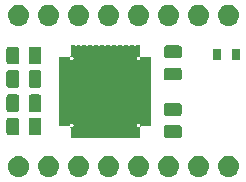
<source format=gbr>
G04 #@! TF.GenerationSoftware,KiCad,Pcbnew,(5.1.4-0-10_14)*
G04 #@! TF.CreationDate,2020-07-29T13:34:46+03:00*
G04 #@! TF.ProjectId,esp32-pico-module,65737033-322d-4706-9963-6f2d6d6f6475,rev?*
G04 #@! TF.SameCoordinates,Original*
G04 #@! TF.FileFunction,Soldermask,Top*
G04 #@! TF.FilePolarity,Negative*
%FSLAX46Y46*%
G04 Gerber Fmt 4.6, Leading zero omitted, Abs format (unit mm)*
G04 Created by KiCad (PCBNEW (5.1.4-0-10_14)) date 2020-07-29 13:34:46*
%MOMM*%
%LPD*%
G04 APERTURE LIST*
%ADD10C,0.100000*%
G04 APERTURE END LIST*
D10*
G36*
X109900443Y-113705519D02*
G01*
X109966627Y-113712037D01*
X110136466Y-113763557D01*
X110292991Y-113847222D01*
X110328729Y-113876552D01*
X110430186Y-113959814D01*
X110513448Y-114061271D01*
X110542778Y-114097009D01*
X110626443Y-114253534D01*
X110677963Y-114423373D01*
X110695359Y-114600000D01*
X110677963Y-114776627D01*
X110626443Y-114946466D01*
X110542778Y-115102991D01*
X110513448Y-115138729D01*
X110430186Y-115240186D01*
X110328729Y-115323448D01*
X110292991Y-115352778D01*
X110136466Y-115436443D01*
X109966627Y-115487963D01*
X109900443Y-115494481D01*
X109834260Y-115501000D01*
X109745740Y-115501000D01*
X109679557Y-115494481D01*
X109613373Y-115487963D01*
X109443534Y-115436443D01*
X109287009Y-115352778D01*
X109251271Y-115323448D01*
X109149814Y-115240186D01*
X109066552Y-115138729D01*
X109037222Y-115102991D01*
X108953557Y-114946466D01*
X108902037Y-114776627D01*
X108884641Y-114600000D01*
X108902037Y-114423373D01*
X108953557Y-114253534D01*
X109037222Y-114097009D01*
X109066552Y-114061271D01*
X109149814Y-113959814D01*
X109251271Y-113876552D01*
X109287009Y-113847222D01*
X109443534Y-113763557D01*
X109613373Y-113712037D01*
X109679557Y-113705519D01*
X109745740Y-113699000D01*
X109834260Y-113699000D01*
X109900443Y-113705519D01*
X109900443Y-113705519D01*
G37*
G36*
X125125025Y-113699000D02*
G01*
X125206627Y-113707037D01*
X125376466Y-113758557D01*
X125532991Y-113842222D01*
X125539082Y-113847221D01*
X125670186Y-113954814D01*
X125753448Y-114056271D01*
X125782778Y-114092009D01*
X125866443Y-114248534D01*
X125917963Y-114418373D01*
X125935359Y-114595000D01*
X125917963Y-114771627D01*
X125866443Y-114941466D01*
X125782778Y-115097991D01*
X125753448Y-115133729D01*
X125670186Y-115235186D01*
X125568729Y-115318448D01*
X125532991Y-115347778D01*
X125376466Y-115431443D01*
X125206627Y-115482963D01*
X125155860Y-115487963D01*
X125074260Y-115496000D01*
X124985740Y-115496000D01*
X124904140Y-115487963D01*
X124853373Y-115482963D01*
X124683534Y-115431443D01*
X124527009Y-115347778D01*
X124491271Y-115318448D01*
X124389814Y-115235186D01*
X124306552Y-115133729D01*
X124277222Y-115097991D01*
X124193557Y-114941466D01*
X124142037Y-114771627D01*
X124124641Y-114595000D01*
X124142037Y-114418373D01*
X124193557Y-114248534D01*
X124277222Y-114092009D01*
X124306552Y-114056271D01*
X124389814Y-113954814D01*
X124520918Y-113847221D01*
X124527009Y-113842222D01*
X124683534Y-113758557D01*
X124853373Y-113707037D01*
X124934975Y-113699000D01*
X124985740Y-113694000D01*
X125074260Y-113694000D01*
X125125025Y-113699000D01*
X125125025Y-113699000D01*
G37*
G36*
X122585025Y-113699000D02*
G01*
X122666627Y-113707037D01*
X122836466Y-113758557D01*
X122992991Y-113842222D01*
X122999082Y-113847221D01*
X123130186Y-113954814D01*
X123213448Y-114056271D01*
X123242778Y-114092009D01*
X123326443Y-114248534D01*
X123377963Y-114418373D01*
X123395359Y-114595000D01*
X123377963Y-114771627D01*
X123326443Y-114941466D01*
X123242778Y-115097991D01*
X123213448Y-115133729D01*
X123130186Y-115235186D01*
X123028729Y-115318448D01*
X122992991Y-115347778D01*
X122836466Y-115431443D01*
X122666627Y-115482963D01*
X122615860Y-115487963D01*
X122534260Y-115496000D01*
X122445740Y-115496000D01*
X122364140Y-115487963D01*
X122313373Y-115482963D01*
X122143534Y-115431443D01*
X121987009Y-115347778D01*
X121951271Y-115318448D01*
X121849814Y-115235186D01*
X121766552Y-115133729D01*
X121737222Y-115097991D01*
X121653557Y-114941466D01*
X121602037Y-114771627D01*
X121584641Y-114595000D01*
X121602037Y-114418373D01*
X121653557Y-114248534D01*
X121737222Y-114092009D01*
X121766552Y-114056271D01*
X121849814Y-113954814D01*
X121980918Y-113847221D01*
X121987009Y-113842222D01*
X122143534Y-113758557D01*
X122313373Y-113707037D01*
X122394975Y-113699000D01*
X122445740Y-113694000D01*
X122534260Y-113694000D01*
X122585025Y-113699000D01*
X122585025Y-113699000D01*
G37*
G36*
X120045025Y-113699000D02*
G01*
X120126627Y-113707037D01*
X120296466Y-113758557D01*
X120452991Y-113842222D01*
X120459082Y-113847221D01*
X120590186Y-113954814D01*
X120673448Y-114056271D01*
X120702778Y-114092009D01*
X120786443Y-114248534D01*
X120837963Y-114418373D01*
X120855359Y-114595000D01*
X120837963Y-114771627D01*
X120786443Y-114941466D01*
X120702778Y-115097991D01*
X120673448Y-115133729D01*
X120590186Y-115235186D01*
X120488729Y-115318448D01*
X120452991Y-115347778D01*
X120296466Y-115431443D01*
X120126627Y-115482963D01*
X120075860Y-115487963D01*
X119994260Y-115496000D01*
X119905740Y-115496000D01*
X119824140Y-115487963D01*
X119773373Y-115482963D01*
X119603534Y-115431443D01*
X119447009Y-115347778D01*
X119411271Y-115318448D01*
X119309814Y-115235186D01*
X119226552Y-115133729D01*
X119197222Y-115097991D01*
X119113557Y-114941466D01*
X119062037Y-114771627D01*
X119044641Y-114595000D01*
X119062037Y-114418373D01*
X119113557Y-114248534D01*
X119197222Y-114092009D01*
X119226552Y-114056271D01*
X119309814Y-113954814D01*
X119440918Y-113847221D01*
X119447009Y-113842222D01*
X119603534Y-113758557D01*
X119773373Y-113707037D01*
X119854975Y-113699000D01*
X119905740Y-113694000D01*
X119994260Y-113694000D01*
X120045025Y-113699000D01*
X120045025Y-113699000D01*
G37*
G36*
X117505025Y-113699000D02*
G01*
X117586627Y-113707037D01*
X117756466Y-113758557D01*
X117912991Y-113842222D01*
X117919082Y-113847221D01*
X118050186Y-113954814D01*
X118133448Y-114056271D01*
X118162778Y-114092009D01*
X118246443Y-114248534D01*
X118297963Y-114418373D01*
X118315359Y-114595000D01*
X118297963Y-114771627D01*
X118246443Y-114941466D01*
X118162778Y-115097991D01*
X118133448Y-115133729D01*
X118050186Y-115235186D01*
X117948729Y-115318448D01*
X117912991Y-115347778D01*
X117756466Y-115431443D01*
X117586627Y-115482963D01*
X117535860Y-115487963D01*
X117454260Y-115496000D01*
X117365740Y-115496000D01*
X117284140Y-115487963D01*
X117233373Y-115482963D01*
X117063534Y-115431443D01*
X116907009Y-115347778D01*
X116871271Y-115318448D01*
X116769814Y-115235186D01*
X116686552Y-115133729D01*
X116657222Y-115097991D01*
X116573557Y-114941466D01*
X116522037Y-114771627D01*
X116504641Y-114595000D01*
X116522037Y-114418373D01*
X116573557Y-114248534D01*
X116657222Y-114092009D01*
X116686552Y-114056271D01*
X116769814Y-113954814D01*
X116900918Y-113847221D01*
X116907009Y-113842222D01*
X117063534Y-113758557D01*
X117233373Y-113707037D01*
X117314975Y-113699000D01*
X117365740Y-113694000D01*
X117454260Y-113694000D01*
X117505025Y-113699000D01*
X117505025Y-113699000D01*
G37*
G36*
X114965025Y-113699000D02*
G01*
X115046627Y-113707037D01*
X115216466Y-113758557D01*
X115372991Y-113842222D01*
X115379082Y-113847221D01*
X115510186Y-113954814D01*
X115593448Y-114056271D01*
X115622778Y-114092009D01*
X115706443Y-114248534D01*
X115757963Y-114418373D01*
X115775359Y-114595000D01*
X115757963Y-114771627D01*
X115706443Y-114941466D01*
X115622778Y-115097991D01*
X115593448Y-115133729D01*
X115510186Y-115235186D01*
X115408729Y-115318448D01*
X115372991Y-115347778D01*
X115216466Y-115431443D01*
X115046627Y-115482963D01*
X114995860Y-115487963D01*
X114914260Y-115496000D01*
X114825740Y-115496000D01*
X114744140Y-115487963D01*
X114693373Y-115482963D01*
X114523534Y-115431443D01*
X114367009Y-115347778D01*
X114331271Y-115318448D01*
X114229814Y-115235186D01*
X114146552Y-115133729D01*
X114117222Y-115097991D01*
X114033557Y-114941466D01*
X113982037Y-114771627D01*
X113964641Y-114595000D01*
X113982037Y-114418373D01*
X114033557Y-114248534D01*
X114117222Y-114092009D01*
X114146552Y-114056271D01*
X114229814Y-113954814D01*
X114360918Y-113847221D01*
X114367009Y-113842222D01*
X114523534Y-113758557D01*
X114693373Y-113707037D01*
X114774975Y-113699000D01*
X114825740Y-113694000D01*
X114914260Y-113694000D01*
X114965025Y-113699000D01*
X114965025Y-113699000D01*
G37*
G36*
X112425025Y-113699000D02*
G01*
X112506627Y-113707037D01*
X112676466Y-113758557D01*
X112832991Y-113842222D01*
X112839082Y-113847221D01*
X112970186Y-113954814D01*
X113053448Y-114056271D01*
X113082778Y-114092009D01*
X113166443Y-114248534D01*
X113217963Y-114418373D01*
X113235359Y-114595000D01*
X113217963Y-114771627D01*
X113166443Y-114941466D01*
X113082778Y-115097991D01*
X113053448Y-115133729D01*
X112970186Y-115235186D01*
X112868729Y-115318448D01*
X112832991Y-115347778D01*
X112676466Y-115431443D01*
X112506627Y-115482963D01*
X112455860Y-115487963D01*
X112374260Y-115496000D01*
X112285740Y-115496000D01*
X112204140Y-115487963D01*
X112153373Y-115482963D01*
X111983534Y-115431443D01*
X111827009Y-115347778D01*
X111791271Y-115318448D01*
X111689814Y-115235186D01*
X111606552Y-115133729D01*
X111577222Y-115097991D01*
X111493557Y-114941466D01*
X111442037Y-114771627D01*
X111424641Y-114595000D01*
X111442037Y-114418373D01*
X111493557Y-114248534D01*
X111577222Y-114092009D01*
X111606552Y-114056271D01*
X111689814Y-113954814D01*
X111820918Y-113847221D01*
X111827009Y-113842222D01*
X111983534Y-113758557D01*
X112153373Y-113707037D01*
X112234975Y-113699000D01*
X112285740Y-113694000D01*
X112374260Y-113694000D01*
X112425025Y-113699000D01*
X112425025Y-113699000D01*
G37*
G36*
X127665025Y-113699000D02*
G01*
X127746627Y-113707037D01*
X127916466Y-113758557D01*
X128072991Y-113842222D01*
X128079082Y-113847221D01*
X128210186Y-113954814D01*
X128293448Y-114056271D01*
X128322778Y-114092009D01*
X128406443Y-114248534D01*
X128457963Y-114418373D01*
X128475359Y-114595000D01*
X128457963Y-114771627D01*
X128406443Y-114941466D01*
X128322778Y-115097991D01*
X128293448Y-115133729D01*
X128210186Y-115235186D01*
X128108729Y-115318448D01*
X128072991Y-115347778D01*
X127916466Y-115431443D01*
X127746627Y-115482963D01*
X127695860Y-115487963D01*
X127614260Y-115496000D01*
X127525740Y-115496000D01*
X127444140Y-115487963D01*
X127393373Y-115482963D01*
X127223534Y-115431443D01*
X127067009Y-115347778D01*
X127031271Y-115318448D01*
X126929814Y-115235186D01*
X126846552Y-115133729D01*
X126817222Y-115097991D01*
X126733557Y-114941466D01*
X126682037Y-114771627D01*
X126664641Y-114595000D01*
X126682037Y-114418373D01*
X126733557Y-114248534D01*
X126817222Y-114092009D01*
X126846552Y-114056271D01*
X126929814Y-113954814D01*
X127060918Y-113847221D01*
X127067009Y-113842222D01*
X127223534Y-113758557D01*
X127393373Y-113707037D01*
X127474975Y-113699000D01*
X127525740Y-113694000D01*
X127614260Y-113694000D01*
X127665025Y-113699000D01*
X127665025Y-113699000D01*
G37*
G36*
X114530355Y-104355083D02*
G01*
X114535029Y-104356501D01*
X114539330Y-104358800D01*
X114545702Y-104364029D01*
X114566076Y-104377643D01*
X114588715Y-104387020D01*
X114612749Y-104391800D01*
X114637253Y-104391800D01*
X114661286Y-104387019D01*
X114683925Y-104377642D01*
X114704298Y-104364029D01*
X114710670Y-104358800D01*
X114714971Y-104356501D01*
X114719645Y-104355083D01*
X114730641Y-104354000D01*
X115019359Y-104354000D01*
X115030355Y-104355083D01*
X115035029Y-104356501D01*
X115039330Y-104358800D01*
X115045702Y-104364029D01*
X115066076Y-104377643D01*
X115088715Y-104387020D01*
X115112749Y-104391800D01*
X115137253Y-104391800D01*
X115161286Y-104387019D01*
X115183925Y-104377642D01*
X115204298Y-104364029D01*
X115210670Y-104358800D01*
X115214971Y-104356501D01*
X115219645Y-104355083D01*
X115230641Y-104354000D01*
X115519359Y-104354000D01*
X115530355Y-104355083D01*
X115535029Y-104356501D01*
X115539330Y-104358800D01*
X115545702Y-104364029D01*
X115566076Y-104377643D01*
X115588715Y-104387020D01*
X115612749Y-104391800D01*
X115637253Y-104391800D01*
X115661286Y-104387019D01*
X115683925Y-104377642D01*
X115704298Y-104364029D01*
X115710670Y-104358800D01*
X115714971Y-104356501D01*
X115719645Y-104355083D01*
X115730641Y-104354000D01*
X116019359Y-104354000D01*
X116030355Y-104355083D01*
X116035029Y-104356501D01*
X116039330Y-104358800D01*
X116045702Y-104364029D01*
X116066076Y-104377643D01*
X116088715Y-104387020D01*
X116112749Y-104391800D01*
X116137253Y-104391800D01*
X116161286Y-104387019D01*
X116183925Y-104377642D01*
X116204298Y-104364029D01*
X116210670Y-104358800D01*
X116214971Y-104356501D01*
X116219645Y-104355083D01*
X116230641Y-104354000D01*
X116519359Y-104354000D01*
X116530355Y-104355083D01*
X116535029Y-104356501D01*
X116539330Y-104358800D01*
X116545702Y-104364029D01*
X116566076Y-104377643D01*
X116588715Y-104387020D01*
X116612749Y-104391800D01*
X116637253Y-104391800D01*
X116661286Y-104387019D01*
X116683925Y-104377642D01*
X116704298Y-104364029D01*
X116710670Y-104358800D01*
X116714971Y-104356501D01*
X116719645Y-104355083D01*
X116730641Y-104354000D01*
X117019359Y-104354000D01*
X117030355Y-104355083D01*
X117035029Y-104356501D01*
X117039330Y-104358800D01*
X117045702Y-104364029D01*
X117066076Y-104377643D01*
X117088715Y-104387020D01*
X117112749Y-104391800D01*
X117137253Y-104391800D01*
X117161286Y-104387019D01*
X117183925Y-104377642D01*
X117204298Y-104364029D01*
X117210670Y-104358800D01*
X117214971Y-104356501D01*
X117219645Y-104355083D01*
X117230641Y-104354000D01*
X117519359Y-104354000D01*
X117530355Y-104355083D01*
X117535029Y-104356501D01*
X117539330Y-104358800D01*
X117545702Y-104364029D01*
X117566076Y-104377643D01*
X117588715Y-104387020D01*
X117612749Y-104391800D01*
X117637253Y-104391800D01*
X117661286Y-104387019D01*
X117683925Y-104377642D01*
X117704298Y-104364029D01*
X117710670Y-104358800D01*
X117714971Y-104356501D01*
X117719645Y-104355083D01*
X117730641Y-104354000D01*
X118019359Y-104354000D01*
X118030355Y-104355083D01*
X118035029Y-104356501D01*
X118039330Y-104358800D01*
X118045702Y-104364029D01*
X118066076Y-104377643D01*
X118088715Y-104387020D01*
X118112749Y-104391800D01*
X118137253Y-104391800D01*
X118161286Y-104387019D01*
X118183925Y-104377642D01*
X118204298Y-104364029D01*
X118210670Y-104358800D01*
X118214971Y-104356501D01*
X118219645Y-104355083D01*
X118230641Y-104354000D01*
X118519359Y-104354000D01*
X118530355Y-104355083D01*
X118535029Y-104356501D01*
X118539330Y-104358800D01*
X118545702Y-104364029D01*
X118566076Y-104377643D01*
X118588715Y-104387020D01*
X118612749Y-104391800D01*
X118637253Y-104391800D01*
X118661286Y-104387019D01*
X118683925Y-104377642D01*
X118704298Y-104364029D01*
X118710670Y-104358800D01*
X118714971Y-104356501D01*
X118719645Y-104355083D01*
X118730641Y-104354000D01*
X119019359Y-104354000D01*
X119030355Y-104355083D01*
X119035029Y-104356501D01*
X119039330Y-104358800D01*
X119045702Y-104364029D01*
X119066076Y-104377643D01*
X119088715Y-104387020D01*
X119112749Y-104391800D01*
X119137253Y-104391800D01*
X119161286Y-104387019D01*
X119183925Y-104377642D01*
X119204298Y-104364029D01*
X119210670Y-104358800D01*
X119214971Y-104356501D01*
X119219645Y-104355083D01*
X119230641Y-104354000D01*
X119519359Y-104354000D01*
X119530355Y-104355083D01*
X119535029Y-104356501D01*
X119539330Y-104358800D01*
X119545702Y-104364029D01*
X119566076Y-104377643D01*
X119588715Y-104387020D01*
X119612749Y-104391800D01*
X119637253Y-104391800D01*
X119661286Y-104387019D01*
X119683925Y-104377642D01*
X119704298Y-104364029D01*
X119710670Y-104358800D01*
X119714971Y-104356501D01*
X119719645Y-104355083D01*
X119730641Y-104354000D01*
X120019359Y-104354000D01*
X120030355Y-104355083D01*
X120035029Y-104356501D01*
X120039331Y-104358800D01*
X120043104Y-104361896D01*
X120046200Y-104365669D01*
X120048499Y-104369971D01*
X120049917Y-104374645D01*
X120051000Y-104385641D01*
X120051000Y-105229001D01*
X120053402Y-105253387D01*
X120060515Y-105276836D01*
X120072066Y-105298447D01*
X120087611Y-105317389D01*
X120106553Y-105332934D01*
X120128164Y-105344485D01*
X120151613Y-105351598D01*
X120175999Y-105354000D01*
X121019359Y-105354000D01*
X121030355Y-105355083D01*
X121035029Y-105356501D01*
X121039331Y-105358800D01*
X121043104Y-105361896D01*
X121046200Y-105365669D01*
X121048499Y-105369971D01*
X121049917Y-105374645D01*
X121051000Y-105385641D01*
X121051000Y-105674359D01*
X121049917Y-105685355D01*
X121048499Y-105690029D01*
X121046200Y-105694330D01*
X121040971Y-105700702D01*
X121027357Y-105721076D01*
X121017980Y-105743715D01*
X121013200Y-105767749D01*
X121013200Y-105792253D01*
X121017981Y-105816286D01*
X121027358Y-105838925D01*
X121040971Y-105859298D01*
X121046200Y-105865670D01*
X121048499Y-105869971D01*
X121049917Y-105874645D01*
X121051000Y-105885641D01*
X121051000Y-106174359D01*
X121049917Y-106185355D01*
X121048499Y-106190029D01*
X121046200Y-106194330D01*
X121040971Y-106200702D01*
X121027357Y-106221076D01*
X121017980Y-106243715D01*
X121013200Y-106267749D01*
X121013200Y-106292253D01*
X121017981Y-106316286D01*
X121027358Y-106338925D01*
X121040971Y-106359298D01*
X121046200Y-106365670D01*
X121048499Y-106369971D01*
X121049917Y-106374645D01*
X121051000Y-106385641D01*
X121051000Y-106674359D01*
X121049917Y-106685355D01*
X121048499Y-106690029D01*
X121046200Y-106694330D01*
X121040971Y-106700702D01*
X121027357Y-106721076D01*
X121017980Y-106743715D01*
X121013200Y-106767749D01*
X121013200Y-106792253D01*
X121017981Y-106816286D01*
X121027358Y-106838925D01*
X121040971Y-106859298D01*
X121046200Y-106865670D01*
X121048499Y-106869971D01*
X121049917Y-106874645D01*
X121051000Y-106885641D01*
X121051000Y-107174359D01*
X121049917Y-107185355D01*
X121048499Y-107190029D01*
X121046200Y-107194330D01*
X121040971Y-107200702D01*
X121027357Y-107221076D01*
X121017980Y-107243715D01*
X121013200Y-107267749D01*
X121013200Y-107292253D01*
X121017981Y-107316286D01*
X121027358Y-107338925D01*
X121040971Y-107359298D01*
X121046200Y-107365670D01*
X121048499Y-107369971D01*
X121049917Y-107374645D01*
X121051000Y-107385641D01*
X121051000Y-107674359D01*
X121049917Y-107685355D01*
X121048499Y-107690029D01*
X121046200Y-107694330D01*
X121040971Y-107700702D01*
X121027357Y-107721076D01*
X121017980Y-107743715D01*
X121013200Y-107767749D01*
X121013200Y-107792253D01*
X121017981Y-107816286D01*
X121027358Y-107838925D01*
X121040971Y-107859298D01*
X121046200Y-107865670D01*
X121048499Y-107869971D01*
X121049917Y-107874645D01*
X121051000Y-107885641D01*
X121051000Y-108174359D01*
X121049917Y-108185355D01*
X121048499Y-108190029D01*
X121046200Y-108194330D01*
X121040971Y-108200702D01*
X121027357Y-108221076D01*
X121017980Y-108243715D01*
X121013200Y-108267749D01*
X121013200Y-108292253D01*
X121017981Y-108316286D01*
X121027358Y-108338925D01*
X121040971Y-108359298D01*
X121046200Y-108365670D01*
X121048499Y-108369971D01*
X121049917Y-108374645D01*
X121051000Y-108385641D01*
X121051000Y-108674359D01*
X121049917Y-108685355D01*
X121048499Y-108690029D01*
X121046200Y-108694330D01*
X121040971Y-108700702D01*
X121027357Y-108721076D01*
X121017980Y-108743715D01*
X121013200Y-108767749D01*
X121013200Y-108792253D01*
X121017981Y-108816286D01*
X121027358Y-108838925D01*
X121040971Y-108859298D01*
X121046200Y-108865670D01*
X121048499Y-108869971D01*
X121049917Y-108874645D01*
X121051000Y-108885641D01*
X121051000Y-109174359D01*
X121049917Y-109185355D01*
X121048499Y-109190029D01*
X121046200Y-109194330D01*
X121040971Y-109200702D01*
X121027357Y-109221076D01*
X121017980Y-109243715D01*
X121013200Y-109267749D01*
X121013200Y-109292253D01*
X121017981Y-109316286D01*
X121027358Y-109338925D01*
X121040971Y-109359298D01*
X121046200Y-109365670D01*
X121048499Y-109369971D01*
X121049917Y-109374645D01*
X121051000Y-109385641D01*
X121051000Y-109674359D01*
X121049917Y-109685355D01*
X121048499Y-109690029D01*
X121046200Y-109694330D01*
X121040971Y-109700702D01*
X121027357Y-109721076D01*
X121017980Y-109743715D01*
X121013200Y-109767749D01*
X121013200Y-109792253D01*
X121017981Y-109816286D01*
X121027358Y-109838925D01*
X121040971Y-109859298D01*
X121046200Y-109865670D01*
X121048499Y-109869971D01*
X121049917Y-109874645D01*
X121051000Y-109885641D01*
X121051000Y-110174359D01*
X121049917Y-110185355D01*
X121048499Y-110190029D01*
X121046200Y-110194330D01*
X121040971Y-110200702D01*
X121027357Y-110221076D01*
X121017980Y-110243715D01*
X121013200Y-110267749D01*
X121013200Y-110292253D01*
X121017981Y-110316286D01*
X121027358Y-110338925D01*
X121040971Y-110359298D01*
X121046200Y-110365670D01*
X121048499Y-110369971D01*
X121049917Y-110374645D01*
X121051000Y-110385641D01*
X121051000Y-110674359D01*
X121049917Y-110685355D01*
X121048499Y-110690029D01*
X121046200Y-110694330D01*
X121040971Y-110700702D01*
X121027357Y-110721076D01*
X121017980Y-110743715D01*
X121013200Y-110767749D01*
X121013200Y-110792253D01*
X121017981Y-110816286D01*
X121027358Y-110838925D01*
X121040971Y-110859298D01*
X121046200Y-110865670D01*
X121048499Y-110869971D01*
X121049917Y-110874645D01*
X121051000Y-110885641D01*
X121051000Y-111174359D01*
X121049917Y-111185355D01*
X121048499Y-111190029D01*
X121046200Y-111194331D01*
X121043104Y-111198104D01*
X121039331Y-111201200D01*
X121035029Y-111203499D01*
X121030355Y-111204917D01*
X121019359Y-111206000D01*
X120175999Y-111206000D01*
X120151613Y-111208402D01*
X120128164Y-111215515D01*
X120106553Y-111227066D01*
X120087611Y-111242611D01*
X120072066Y-111261553D01*
X120060515Y-111283164D01*
X120053402Y-111306613D01*
X120051000Y-111330999D01*
X120051000Y-112174359D01*
X120049917Y-112185355D01*
X120048499Y-112190029D01*
X120046200Y-112194331D01*
X120043104Y-112198104D01*
X120039331Y-112201200D01*
X120035029Y-112203499D01*
X120030355Y-112204917D01*
X120019359Y-112206000D01*
X119730641Y-112206000D01*
X119719645Y-112204917D01*
X119714971Y-112203499D01*
X119710670Y-112201200D01*
X119704298Y-112195971D01*
X119683924Y-112182357D01*
X119661285Y-112172980D01*
X119637251Y-112168200D01*
X119612747Y-112168200D01*
X119588714Y-112172981D01*
X119566075Y-112182358D01*
X119545702Y-112195971D01*
X119539330Y-112201200D01*
X119535029Y-112203499D01*
X119530355Y-112204917D01*
X119519359Y-112206000D01*
X119230641Y-112206000D01*
X119219645Y-112204917D01*
X119214971Y-112203499D01*
X119210670Y-112201200D01*
X119204298Y-112195971D01*
X119183924Y-112182357D01*
X119161285Y-112172980D01*
X119137251Y-112168200D01*
X119112747Y-112168200D01*
X119088714Y-112172981D01*
X119066075Y-112182358D01*
X119045702Y-112195971D01*
X119039330Y-112201200D01*
X119035029Y-112203499D01*
X119030355Y-112204917D01*
X119019359Y-112206000D01*
X118730641Y-112206000D01*
X118719645Y-112204917D01*
X118714971Y-112203499D01*
X118710670Y-112201200D01*
X118704298Y-112195971D01*
X118683924Y-112182357D01*
X118661285Y-112172980D01*
X118637251Y-112168200D01*
X118612747Y-112168200D01*
X118588714Y-112172981D01*
X118566075Y-112182358D01*
X118545702Y-112195971D01*
X118539330Y-112201200D01*
X118535029Y-112203499D01*
X118530355Y-112204917D01*
X118519359Y-112206000D01*
X118230641Y-112206000D01*
X118219645Y-112204917D01*
X118214971Y-112203499D01*
X118210670Y-112201200D01*
X118204298Y-112195971D01*
X118183924Y-112182357D01*
X118161285Y-112172980D01*
X118137251Y-112168200D01*
X118112747Y-112168200D01*
X118088714Y-112172981D01*
X118066075Y-112182358D01*
X118045702Y-112195971D01*
X118039330Y-112201200D01*
X118035029Y-112203499D01*
X118030355Y-112204917D01*
X118019359Y-112206000D01*
X117730641Y-112206000D01*
X117719645Y-112204917D01*
X117714971Y-112203499D01*
X117710670Y-112201200D01*
X117704298Y-112195971D01*
X117683924Y-112182357D01*
X117661285Y-112172980D01*
X117637251Y-112168200D01*
X117612747Y-112168200D01*
X117588714Y-112172981D01*
X117566075Y-112182358D01*
X117545702Y-112195971D01*
X117539330Y-112201200D01*
X117535029Y-112203499D01*
X117530355Y-112204917D01*
X117519359Y-112206000D01*
X117230641Y-112206000D01*
X117219645Y-112204917D01*
X117214971Y-112203499D01*
X117210670Y-112201200D01*
X117204298Y-112195971D01*
X117183924Y-112182357D01*
X117161285Y-112172980D01*
X117137251Y-112168200D01*
X117112747Y-112168200D01*
X117088714Y-112172981D01*
X117066075Y-112182358D01*
X117045702Y-112195971D01*
X117039330Y-112201200D01*
X117035029Y-112203499D01*
X117030355Y-112204917D01*
X117019359Y-112206000D01*
X116730641Y-112206000D01*
X116719645Y-112204917D01*
X116714971Y-112203499D01*
X116710670Y-112201200D01*
X116704298Y-112195971D01*
X116683924Y-112182357D01*
X116661285Y-112172980D01*
X116637251Y-112168200D01*
X116612747Y-112168200D01*
X116588714Y-112172981D01*
X116566075Y-112182358D01*
X116545702Y-112195971D01*
X116539330Y-112201200D01*
X116535029Y-112203499D01*
X116530355Y-112204917D01*
X116519359Y-112206000D01*
X116230641Y-112206000D01*
X116219645Y-112204917D01*
X116214971Y-112203499D01*
X116210670Y-112201200D01*
X116204298Y-112195971D01*
X116183924Y-112182357D01*
X116161285Y-112172980D01*
X116137251Y-112168200D01*
X116112747Y-112168200D01*
X116088714Y-112172981D01*
X116066075Y-112182358D01*
X116045702Y-112195971D01*
X116039330Y-112201200D01*
X116035029Y-112203499D01*
X116030355Y-112204917D01*
X116019359Y-112206000D01*
X115730641Y-112206000D01*
X115719645Y-112204917D01*
X115714971Y-112203499D01*
X115710670Y-112201200D01*
X115704298Y-112195971D01*
X115683924Y-112182357D01*
X115661285Y-112172980D01*
X115637251Y-112168200D01*
X115612747Y-112168200D01*
X115588714Y-112172981D01*
X115566075Y-112182358D01*
X115545702Y-112195971D01*
X115539330Y-112201200D01*
X115535029Y-112203499D01*
X115530355Y-112204917D01*
X115519359Y-112206000D01*
X115230641Y-112206000D01*
X115219645Y-112204917D01*
X115214971Y-112203499D01*
X115210670Y-112201200D01*
X115204298Y-112195971D01*
X115183924Y-112182357D01*
X115161285Y-112172980D01*
X115137251Y-112168200D01*
X115112747Y-112168200D01*
X115088714Y-112172981D01*
X115066075Y-112182358D01*
X115045702Y-112195971D01*
X115039330Y-112201200D01*
X115035029Y-112203499D01*
X115030355Y-112204917D01*
X115019359Y-112206000D01*
X114730641Y-112206000D01*
X114719645Y-112204917D01*
X114714971Y-112203499D01*
X114710670Y-112201200D01*
X114704298Y-112195971D01*
X114683924Y-112182357D01*
X114661285Y-112172980D01*
X114637251Y-112168200D01*
X114612747Y-112168200D01*
X114588714Y-112172981D01*
X114566075Y-112182358D01*
X114545702Y-112195971D01*
X114539330Y-112201200D01*
X114535029Y-112203499D01*
X114530355Y-112204917D01*
X114519359Y-112206000D01*
X114230641Y-112206000D01*
X114219645Y-112204917D01*
X114214971Y-112203499D01*
X114210669Y-112201200D01*
X114206896Y-112198104D01*
X114203800Y-112194331D01*
X114201501Y-112190029D01*
X114200083Y-112185355D01*
X114199000Y-112174359D01*
X114199000Y-111330999D01*
X114196598Y-111306613D01*
X114189485Y-111283164D01*
X114177934Y-111261553D01*
X114162389Y-111242611D01*
X114143447Y-111227066D01*
X114121836Y-111215515D01*
X114098387Y-111208402D01*
X114074001Y-111206000D01*
X113230641Y-111206000D01*
X113219645Y-111204917D01*
X113214971Y-111203499D01*
X113210669Y-111201200D01*
X113206896Y-111198104D01*
X113203800Y-111194331D01*
X113201501Y-111190029D01*
X113200083Y-111185355D01*
X113199000Y-111174359D01*
X113199000Y-111071419D01*
X114151000Y-111071419D01*
X114151000Y-111129001D01*
X114153402Y-111153387D01*
X114160515Y-111176836D01*
X114172066Y-111198447D01*
X114187611Y-111217389D01*
X114206553Y-111232934D01*
X114228164Y-111244485D01*
X114251613Y-111251598D01*
X114275999Y-111254000D01*
X114333581Y-111254000D01*
X114357967Y-111251598D01*
X114381416Y-111244485D01*
X114403027Y-111232934D01*
X114421969Y-111217389D01*
X114437514Y-111198447D01*
X114449065Y-111176836D01*
X114456178Y-111153387D01*
X114458580Y-111129001D01*
X114457374Y-111116748D01*
X119792022Y-111116748D01*
X119792022Y-111141252D01*
X119796802Y-111165285D01*
X119806179Y-111187924D01*
X119819793Y-111208298D01*
X119837119Y-111225626D01*
X119857494Y-111239240D01*
X119880132Y-111248617D01*
X119904166Y-111253398D01*
X119916419Y-111254000D01*
X119974001Y-111254000D01*
X119998387Y-111251598D01*
X120021836Y-111244485D01*
X120043447Y-111232934D01*
X120062389Y-111217389D01*
X120077934Y-111198447D01*
X120089485Y-111176836D01*
X120096598Y-111153387D01*
X120099000Y-111129001D01*
X120099000Y-111071419D01*
X120096598Y-111047033D01*
X120089485Y-111023584D01*
X120077934Y-111001973D01*
X120062389Y-110983031D01*
X120043447Y-110967486D01*
X120021836Y-110955935D01*
X119998387Y-110948822D01*
X119974001Y-110946420D01*
X119949615Y-110948822D01*
X119926166Y-110955935D01*
X119904555Y-110967486D01*
X119885613Y-110983031D01*
X119877375Y-110992122D01*
X119859231Y-111014231D01*
X119837122Y-111032375D01*
X119819794Y-111049701D01*
X119806180Y-111070076D01*
X119796803Y-111092714D01*
X119792022Y-111116748D01*
X114457374Y-111116748D01*
X114456178Y-111104615D01*
X114449065Y-111081166D01*
X114437514Y-111059555D01*
X114421969Y-111040613D01*
X114412878Y-111032375D01*
X114390769Y-111014231D01*
X114372625Y-110992122D01*
X114355299Y-110974794D01*
X114334924Y-110961180D01*
X114312286Y-110951803D01*
X114288252Y-110947022D01*
X114263748Y-110947022D01*
X114239715Y-110951802D01*
X114217076Y-110961179D01*
X114196702Y-110974793D01*
X114179374Y-110992119D01*
X114165760Y-111012494D01*
X114156383Y-111035132D01*
X114151602Y-111059166D01*
X114151000Y-111071419D01*
X113199000Y-111071419D01*
X113199000Y-110885641D01*
X113200083Y-110874645D01*
X113201501Y-110869971D01*
X113203800Y-110865670D01*
X113209029Y-110859298D01*
X113222643Y-110838924D01*
X113232020Y-110816285D01*
X113236800Y-110792251D01*
X113236800Y-110767747D01*
X113232019Y-110743714D01*
X113222642Y-110721075D01*
X113209029Y-110700702D01*
X113203800Y-110694330D01*
X113201501Y-110690029D01*
X113200083Y-110685355D01*
X113199000Y-110674359D01*
X113199000Y-110385641D01*
X113200083Y-110374645D01*
X113201501Y-110369971D01*
X113203800Y-110365670D01*
X113209029Y-110359298D01*
X113222643Y-110338924D01*
X113232020Y-110316285D01*
X113236800Y-110292251D01*
X113236800Y-110267747D01*
X113232019Y-110243714D01*
X113222642Y-110221075D01*
X113209029Y-110200702D01*
X113203800Y-110194330D01*
X113201501Y-110190029D01*
X113200083Y-110185355D01*
X113199000Y-110174359D01*
X113199000Y-109885641D01*
X113200083Y-109874645D01*
X113201501Y-109869971D01*
X113203800Y-109865670D01*
X113209029Y-109859298D01*
X113222643Y-109838924D01*
X113232020Y-109816285D01*
X113236800Y-109792251D01*
X113236800Y-109767747D01*
X113232019Y-109743714D01*
X113222642Y-109721075D01*
X113209029Y-109700702D01*
X113203800Y-109694330D01*
X113201501Y-109690029D01*
X113200083Y-109685355D01*
X113199000Y-109674359D01*
X113199000Y-109385641D01*
X113200083Y-109374645D01*
X113201501Y-109369971D01*
X113203800Y-109365670D01*
X113209029Y-109359298D01*
X113222643Y-109338924D01*
X113232020Y-109316285D01*
X113236800Y-109292251D01*
X113236800Y-109267747D01*
X113232019Y-109243714D01*
X113222642Y-109221075D01*
X113209029Y-109200702D01*
X113203800Y-109194330D01*
X113201501Y-109190029D01*
X113200083Y-109185355D01*
X113199000Y-109174359D01*
X113199000Y-108885641D01*
X113200083Y-108874645D01*
X113201501Y-108869971D01*
X113203800Y-108865670D01*
X113209029Y-108859298D01*
X113222643Y-108838924D01*
X113232020Y-108816285D01*
X113236800Y-108792251D01*
X113236800Y-108767747D01*
X113232019Y-108743714D01*
X113222642Y-108721075D01*
X113209029Y-108700702D01*
X113203800Y-108694330D01*
X113201501Y-108690029D01*
X113200083Y-108685355D01*
X113199000Y-108674359D01*
X113199000Y-108385641D01*
X113200083Y-108374645D01*
X113201501Y-108369971D01*
X113203800Y-108365670D01*
X113209029Y-108359298D01*
X113222643Y-108338924D01*
X113232020Y-108316285D01*
X113236800Y-108292251D01*
X113236800Y-108267747D01*
X113232019Y-108243714D01*
X113222642Y-108221075D01*
X113209029Y-108200702D01*
X113203800Y-108194330D01*
X113201501Y-108190029D01*
X113200083Y-108185355D01*
X113199000Y-108174359D01*
X113199000Y-107885641D01*
X113200083Y-107874645D01*
X113201501Y-107869971D01*
X113203800Y-107865670D01*
X113209029Y-107859298D01*
X113222643Y-107838924D01*
X113232020Y-107816285D01*
X113236800Y-107792251D01*
X113236800Y-107767747D01*
X113232019Y-107743714D01*
X113222642Y-107721075D01*
X113209029Y-107700702D01*
X113203800Y-107694330D01*
X113201501Y-107690029D01*
X113200083Y-107685355D01*
X113199000Y-107674359D01*
X113199000Y-107385641D01*
X113200083Y-107374645D01*
X113201501Y-107369971D01*
X113203800Y-107365670D01*
X113209029Y-107359298D01*
X113222643Y-107338924D01*
X113232020Y-107316285D01*
X113236800Y-107292251D01*
X113236800Y-107267747D01*
X113232019Y-107243714D01*
X113222642Y-107221075D01*
X113209029Y-107200702D01*
X113203800Y-107194330D01*
X113201501Y-107190029D01*
X113200083Y-107185355D01*
X113199000Y-107174359D01*
X113199000Y-106885641D01*
X113200083Y-106874645D01*
X113201501Y-106869971D01*
X113203800Y-106865670D01*
X113209029Y-106859298D01*
X113222643Y-106838924D01*
X113232020Y-106816285D01*
X113236800Y-106792251D01*
X113236800Y-106767747D01*
X113232019Y-106743714D01*
X113222642Y-106721075D01*
X113209029Y-106700702D01*
X113203800Y-106694330D01*
X113201501Y-106690029D01*
X113200083Y-106685355D01*
X113199000Y-106674359D01*
X113199000Y-106385641D01*
X113200083Y-106374645D01*
X113201501Y-106369971D01*
X113203800Y-106365670D01*
X113209029Y-106359298D01*
X113222643Y-106338924D01*
X113232020Y-106316285D01*
X113236800Y-106292251D01*
X113236800Y-106267747D01*
X113232019Y-106243714D01*
X113222642Y-106221075D01*
X113209029Y-106200702D01*
X113203800Y-106194330D01*
X113201501Y-106190029D01*
X113200083Y-106185355D01*
X113199000Y-106174359D01*
X113199000Y-105885641D01*
X113200083Y-105874645D01*
X113201501Y-105869971D01*
X113203800Y-105865670D01*
X113209029Y-105859298D01*
X113222643Y-105838924D01*
X113232020Y-105816285D01*
X113236800Y-105792251D01*
X113236800Y-105767747D01*
X113232019Y-105743714D01*
X113222642Y-105721075D01*
X113209029Y-105700702D01*
X113203800Y-105694330D01*
X113201501Y-105690029D01*
X113200083Y-105685355D01*
X113199000Y-105674359D01*
X113199000Y-105430999D01*
X114151000Y-105430999D01*
X114151000Y-105488581D01*
X114153402Y-105512967D01*
X114160515Y-105536416D01*
X114172066Y-105558027D01*
X114187611Y-105576969D01*
X114206553Y-105592514D01*
X114228164Y-105604065D01*
X114251613Y-105611178D01*
X114275999Y-105613580D01*
X114300385Y-105611178D01*
X114323834Y-105604065D01*
X114345445Y-105592514D01*
X114364387Y-105576969D01*
X114372625Y-105567878D01*
X114390769Y-105545769D01*
X114412878Y-105527625D01*
X114430206Y-105510299D01*
X114443820Y-105489924D01*
X114453197Y-105467286D01*
X114457978Y-105443252D01*
X114457978Y-105430999D01*
X119791420Y-105430999D01*
X119793822Y-105455385D01*
X119800935Y-105478834D01*
X119812486Y-105500445D01*
X119828031Y-105519387D01*
X119837122Y-105527625D01*
X119859231Y-105545769D01*
X119877375Y-105567878D01*
X119894701Y-105585206D01*
X119915076Y-105598820D01*
X119937714Y-105608197D01*
X119961748Y-105612978D01*
X119986252Y-105612978D01*
X120010285Y-105608198D01*
X120032924Y-105598821D01*
X120053298Y-105585207D01*
X120070626Y-105567881D01*
X120084240Y-105547506D01*
X120093617Y-105524868D01*
X120098398Y-105500834D01*
X120099000Y-105488581D01*
X120099000Y-105430999D01*
X120096598Y-105406613D01*
X120089485Y-105383164D01*
X120077934Y-105361553D01*
X120062389Y-105342611D01*
X120043447Y-105327066D01*
X120021836Y-105315515D01*
X119998387Y-105308402D01*
X119974001Y-105306000D01*
X119916419Y-105306000D01*
X119892033Y-105308402D01*
X119868584Y-105315515D01*
X119846973Y-105327066D01*
X119828031Y-105342611D01*
X119812486Y-105361553D01*
X119800935Y-105383164D01*
X119793822Y-105406613D01*
X119791420Y-105430999D01*
X114457978Y-105430999D01*
X114457978Y-105418748D01*
X114453198Y-105394715D01*
X114443821Y-105372076D01*
X114430207Y-105351702D01*
X114412881Y-105334374D01*
X114392506Y-105320760D01*
X114369868Y-105311383D01*
X114345834Y-105306602D01*
X114333581Y-105306000D01*
X114275999Y-105306000D01*
X114251613Y-105308402D01*
X114228164Y-105315515D01*
X114206553Y-105327066D01*
X114187611Y-105342611D01*
X114172066Y-105361553D01*
X114160515Y-105383164D01*
X114153402Y-105406613D01*
X114151000Y-105430999D01*
X113199000Y-105430999D01*
X113199000Y-105385641D01*
X113200083Y-105374645D01*
X113201501Y-105369971D01*
X113203800Y-105365669D01*
X113206896Y-105361896D01*
X113210669Y-105358800D01*
X113214971Y-105356501D01*
X113219645Y-105355083D01*
X113230641Y-105354000D01*
X114074001Y-105354000D01*
X114098387Y-105351598D01*
X114121836Y-105344485D01*
X114143447Y-105332934D01*
X114162389Y-105317389D01*
X114177934Y-105298447D01*
X114189485Y-105276836D01*
X114196598Y-105253387D01*
X114199000Y-105229001D01*
X114199000Y-104385641D01*
X114200083Y-104374645D01*
X114201501Y-104369971D01*
X114203800Y-104365669D01*
X114206896Y-104361896D01*
X114210669Y-104358800D01*
X114214971Y-104356501D01*
X114219645Y-104355083D01*
X114230641Y-104354000D01*
X114519359Y-104354000D01*
X114530355Y-104355083D01*
X114530355Y-104355083D01*
G37*
G36*
X123434468Y-111123565D02*
G01*
X123473138Y-111135296D01*
X123508777Y-111154346D01*
X123540017Y-111179983D01*
X123565654Y-111211223D01*
X123584704Y-111246862D01*
X123596435Y-111285532D01*
X123601000Y-111331888D01*
X123601000Y-111983112D01*
X123596435Y-112029468D01*
X123584704Y-112068138D01*
X123565654Y-112103777D01*
X123540017Y-112135017D01*
X123508777Y-112160654D01*
X123473138Y-112179704D01*
X123434468Y-112191435D01*
X123388112Y-112196000D01*
X122311888Y-112196000D01*
X122265532Y-112191435D01*
X122226862Y-112179704D01*
X122191223Y-112160654D01*
X122159983Y-112135017D01*
X122134346Y-112103777D01*
X122115296Y-112068138D01*
X122103565Y-112029468D01*
X122099000Y-111983112D01*
X122099000Y-111331888D01*
X122103565Y-111285532D01*
X122115296Y-111246862D01*
X122134346Y-111211223D01*
X122159983Y-111179983D01*
X122191223Y-111154346D01*
X122226862Y-111135296D01*
X122265532Y-111123565D01*
X122311888Y-111119000D01*
X123388112Y-111119000D01*
X123434468Y-111123565D01*
X123434468Y-111123565D01*
G37*
G36*
X109684468Y-110478565D02*
G01*
X109723138Y-110490296D01*
X109758777Y-110509346D01*
X109790017Y-110534983D01*
X109815654Y-110566223D01*
X109834704Y-110601862D01*
X109846435Y-110640532D01*
X109851000Y-110686888D01*
X109851000Y-111763112D01*
X109846435Y-111809468D01*
X109834704Y-111848138D01*
X109815654Y-111883777D01*
X109790017Y-111915017D01*
X109758777Y-111940654D01*
X109723138Y-111959704D01*
X109684468Y-111971435D01*
X109638112Y-111976000D01*
X108986888Y-111976000D01*
X108940532Y-111971435D01*
X108901862Y-111959704D01*
X108866223Y-111940654D01*
X108834983Y-111915017D01*
X108809346Y-111883777D01*
X108790296Y-111848138D01*
X108778565Y-111809468D01*
X108774000Y-111763112D01*
X108774000Y-110686888D01*
X108778565Y-110640532D01*
X108790296Y-110601862D01*
X108809346Y-110566223D01*
X108834983Y-110534983D01*
X108866223Y-110509346D01*
X108901862Y-110490296D01*
X108940532Y-110478565D01*
X108986888Y-110474000D01*
X109638112Y-110474000D01*
X109684468Y-110478565D01*
X109684468Y-110478565D01*
G37*
G36*
X111559468Y-110478565D02*
G01*
X111598138Y-110490296D01*
X111633777Y-110509346D01*
X111665017Y-110534983D01*
X111690654Y-110566223D01*
X111709704Y-110601862D01*
X111721435Y-110640532D01*
X111726000Y-110686888D01*
X111726000Y-111763112D01*
X111721435Y-111809468D01*
X111709704Y-111848138D01*
X111690654Y-111883777D01*
X111665017Y-111915017D01*
X111633777Y-111940654D01*
X111598138Y-111959704D01*
X111559468Y-111971435D01*
X111513112Y-111976000D01*
X110861888Y-111976000D01*
X110815532Y-111971435D01*
X110776862Y-111959704D01*
X110741223Y-111940654D01*
X110709983Y-111915017D01*
X110684346Y-111883777D01*
X110665296Y-111848138D01*
X110653565Y-111809468D01*
X110649000Y-111763112D01*
X110649000Y-110686888D01*
X110653565Y-110640532D01*
X110665296Y-110601862D01*
X110684346Y-110566223D01*
X110709983Y-110534983D01*
X110741223Y-110509346D01*
X110776862Y-110490296D01*
X110815532Y-110478565D01*
X110861888Y-110474000D01*
X111513112Y-110474000D01*
X111559468Y-110478565D01*
X111559468Y-110478565D01*
G37*
G36*
X123434468Y-109248565D02*
G01*
X123473138Y-109260296D01*
X123508777Y-109279346D01*
X123540017Y-109304983D01*
X123565654Y-109336223D01*
X123584704Y-109371862D01*
X123596435Y-109410532D01*
X123601000Y-109456888D01*
X123601000Y-110108112D01*
X123596435Y-110154468D01*
X123584704Y-110193138D01*
X123565654Y-110228777D01*
X123540017Y-110260017D01*
X123508777Y-110285654D01*
X123473138Y-110304704D01*
X123434468Y-110316435D01*
X123388112Y-110321000D01*
X122311888Y-110321000D01*
X122265532Y-110316435D01*
X122226862Y-110304704D01*
X122191223Y-110285654D01*
X122159983Y-110260017D01*
X122134346Y-110228777D01*
X122115296Y-110193138D01*
X122103565Y-110154468D01*
X122099000Y-110108112D01*
X122099000Y-109456888D01*
X122103565Y-109410532D01*
X122115296Y-109371862D01*
X122134346Y-109336223D01*
X122159983Y-109304983D01*
X122191223Y-109279346D01*
X122226862Y-109260296D01*
X122265532Y-109248565D01*
X122311888Y-109244000D01*
X123388112Y-109244000D01*
X123434468Y-109248565D01*
X123434468Y-109248565D01*
G37*
G36*
X109684468Y-108503565D02*
G01*
X109723138Y-108515296D01*
X109758777Y-108534346D01*
X109790017Y-108559983D01*
X109815654Y-108591223D01*
X109834704Y-108626862D01*
X109846435Y-108665532D01*
X109851000Y-108711888D01*
X109851000Y-109788112D01*
X109846435Y-109834468D01*
X109834704Y-109873138D01*
X109815654Y-109908777D01*
X109790017Y-109940017D01*
X109758777Y-109965654D01*
X109723138Y-109984704D01*
X109684468Y-109996435D01*
X109638112Y-110001000D01*
X108986888Y-110001000D01*
X108940532Y-109996435D01*
X108901862Y-109984704D01*
X108866223Y-109965654D01*
X108834983Y-109940017D01*
X108809346Y-109908777D01*
X108790296Y-109873138D01*
X108778565Y-109834468D01*
X108774000Y-109788112D01*
X108774000Y-108711888D01*
X108778565Y-108665532D01*
X108790296Y-108626862D01*
X108809346Y-108591223D01*
X108834983Y-108559983D01*
X108866223Y-108534346D01*
X108901862Y-108515296D01*
X108940532Y-108503565D01*
X108986888Y-108499000D01*
X109638112Y-108499000D01*
X109684468Y-108503565D01*
X109684468Y-108503565D01*
G37*
G36*
X111559468Y-108503565D02*
G01*
X111598138Y-108515296D01*
X111633777Y-108534346D01*
X111665017Y-108559983D01*
X111690654Y-108591223D01*
X111709704Y-108626862D01*
X111721435Y-108665532D01*
X111726000Y-108711888D01*
X111726000Y-109788112D01*
X111721435Y-109834468D01*
X111709704Y-109873138D01*
X111690654Y-109908777D01*
X111665017Y-109940017D01*
X111633777Y-109965654D01*
X111598138Y-109984704D01*
X111559468Y-109996435D01*
X111513112Y-110001000D01*
X110861888Y-110001000D01*
X110815532Y-109996435D01*
X110776862Y-109984704D01*
X110741223Y-109965654D01*
X110709983Y-109940017D01*
X110684346Y-109908777D01*
X110665296Y-109873138D01*
X110653565Y-109834468D01*
X110649000Y-109788112D01*
X110649000Y-108711888D01*
X110653565Y-108665532D01*
X110665296Y-108626862D01*
X110684346Y-108591223D01*
X110709983Y-108559983D01*
X110741223Y-108534346D01*
X110776862Y-108515296D01*
X110815532Y-108503565D01*
X110861888Y-108499000D01*
X111513112Y-108499000D01*
X111559468Y-108503565D01*
X111559468Y-108503565D01*
G37*
G36*
X111559468Y-106428565D02*
G01*
X111598138Y-106440296D01*
X111633777Y-106459346D01*
X111665017Y-106484983D01*
X111690654Y-106516223D01*
X111709704Y-106551862D01*
X111721435Y-106590532D01*
X111726000Y-106636888D01*
X111726000Y-107713112D01*
X111721435Y-107759468D01*
X111709704Y-107798138D01*
X111690654Y-107833777D01*
X111665017Y-107865017D01*
X111633777Y-107890654D01*
X111598138Y-107909704D01*
X111559468Y-107921435D01*
X111513112Y-107926000D01*
X110861888Y-107926000D01*
X110815532Y-107921435D01*
X110776862Y-107909704D01*
X110741223Y-107890654D01*
X110709983Y-107865017D01*
X110684346Y-107833777D01*
X110665296Y-107798138D01*
X110653565Y-107759468D01*
X110649000Y-107713112D01*
X110649000Y-106636888D01*
X110653565Y-106590532D01*
X110665296Y-106551862D01*
X110684346Y-106516223D01*
X110709983Y-106484983D01*
X110741223Y-106459346D01*
X110776862Y-106440296D01*
X110815532Y-106428565D01*
X110861888Y-106424000D01*
X111513112Y-106424000D01*
X111559468Y-106428565D01*
X111559468Y-106428565D01*
G37*
G36*
X109684468Y-106428565D02*
G01*
X109723138Y-106440296D01*
X109758777Y-106459346D01*
X109790017Y-106484983D01*
X109815654Y-106516223D01*
X109834704Y-106551862D01*
X109846435Y-106590532D01*
X109851000Y-106636888D01*
X109851000Y-107713112D01*
X109846435Y-107759468D01*
X109834704Y-107798138D01*
X109815654Y-107833777D01*
X109790017Y-107865017D01*
X109758777Y-107890654D01*
X109723138Y-107909704D01*
X109684468Y-107921435D01*
X109638112Y-107926000D01*
X108986888Y-107926000D01*
X108940532Y-107921435D01*
X108901862Y-107909704D01*
X108866223Y-107890654D01*
X108834983Y-107865017D01*
X108809346Y-107833777D01*
X108790296Y-107798138D01*
X108778565Y-107759468D01*
X108774000Y-107713112D01*
X108774000Y-106636888D01*
X108778565Y-106590532D01*
X108790296Y-106551862D01*
X108809346Y-106516223D01*
X108834983Y-106484983D01*
X108866223Y-106459346D01*
X108901862Y-106440296D01*
X108940532Y-106428565D01*
X108986888Y-106424000D01*
X109638112Y-106424000D01*
X109684468Y-106428565D01*
X109684468Y-106428565D01*
G37*
G36*
X123434468Y-106241065D02*
G01*
X123473138Y-106252796D01*
X123508777Y-106271846D01*
X123540017Y-106297483D01*
X123565654Y-106328723D01*
X123584704Y-106364362D01*
X123596435Y-106403032D01*
X123601000Y-106449388D01*
X123601000Y-107100612D01*
X123596435Y-107146968D01*
X123584704Y-107185638D01*
X123565654Y-107221277D01*
X123540017Y-107252517D01*
X123508777Y-107278154D01*
X123473138Y-107297204D01*
X123434468Y-107308935D01*
X123388112Y-107313500D01*
X122311888Y-107313500D01*
X122265532Y-107308935D01*
X122226862Y-107297204D01*
X122191223Y-107278154D01*
X122159983Y-107252517D01*
X122134346Y-107221277D01*
X122115296Y-107185638D01*
X122103565Y-107146968D01*
X122099000Y-107100612D01*
X122099000Y-106449388D01*
X122103565Y-106403032D01*
X122115296Y-106364362D01*
X122134346Y-106328723D01*
X122159983Y-106297483D01*
X122191223Y-106271846D01*
X122226862Y-106252796D01*
X122265532Y-106241065D01*
X122311888Y-106236500D01*
X123388112Y-106236500D01*
X123434468Y-106241065D01*
X123434468Y-106241065D01*
G37*
G36*
X109684468Y-104453565D02*
G01*
X109723138Y-104465296D01*
X109758777Y-104484346D01*
X109790017Y-104509983D01*
X109815654Y-104541223D01*
X109834704Y-104576862D01*
X109846435Y-104615532D01*
X109851000Y-104661888D01*
X109851000Y-105738112D01*
X109846435Y-105784468D01*
X109834704Y-105823138D01*
X109815654Y-105858777D01*
X109790017Y-105890017D01*
X109758777Y-105915654D01*
X109723138Y-105934704D01*
X109684468Y-105946435D01*
X109638112Y-105951000D01*
X108986888Y-105951000D01*
X108940532Y-105946435D01*
X108901862Y-105934704D01*
X108866223Y-105915654D01*
X108834983Y-105890017D01*
X108809346Y-105858777D01*
X108790296Y-105823138D01*
X108778565Y-105784468D01*
X108774000Y-105738112D01*
X108774000Y-104661888D01*
X108778565Y-104615532D01*
X108790296Y-104576862D01*
X108809346Y-104541223D01*
X108834983Y-104509983D01*
X108866223Y-104484346D01*
X108901862Y-104465296D01*
X108940532Y-104453565D01*
X108986888Y-104449000D01*
X109638112Y-104449000D01*
X109684468Y-104453565D01*
X109684468Y-104453565D01*
G37*
G36*
X111559468Y-104453565D02*
G01*
X111598138Y-104465296D01*
X111633777Y-104484346D01*
X111665017Y-104509983D01*
X111690654Y-104541223D01*
X111709704Y-104576862D01*
X111721435Y-104615532D01*
X111726000Y-104661888D01*
X111726000Y-105738112D01*
X111721435Y-105784468D01*
X111709704Y-105823138D01*
X111690654Y-105858777D01*
X111665017Y-105890017D01*
X111633777Y-105915654D01*
X111598138Y-105934704D01*
X111559468Y-105946435D01*
X111513112Y-105951000D01*
X110861888Y-105951000D01*
X110815532Y-105946435D01*
X110776862Y-105934704D01*
X110741223Y-105915654D01*
X110709983Y-105890017D01*
X110684346Y-105858777D01*
X110665296Y-105823138D01*
X110653565Y-105784468D01*
X110649000Y-105738112D01*
X110649000Y-104661888D01*
X110653565Y-104615532D01*
X110665296Y-104576862D01*
X110684346Y-104541223D01*
X110709983Y-104509983D01*
X110741223Y-104484346D01*
X110776862Y-104465296D01*
X110815532Y-104453565D01*
X110861888Y-104449000D01*
X111513112Y-104449000D01*
X111559468Y-104453565D01*
X111559468Y-104453565D01*
G37*
G36*
X126901000Y-105601000D02*
G01*
X126249000Y-105601000D01*
X126249000Y-104699000D01*
X126901000Y-104699000D01*
X126901000Y-105601000D01*
X126901000Y-105601000D01*
G37*
G36*
X128551000Y-105601000D02*
G01*
X127899000Y-105601000D01*
X127899000Y-104699000D01*
X128551000Y-104699000D01*
X128551000Y-105601000D01*
X128551000Y-105601000D01*
G37*
G36*
X123434468Y-104366065D02*
G01*
X123473138Y-104377796D01*
X123508777Y-104396846D01*
X123540017Y-104422483D01*
X123565654Y-104453723D01*
X123584704Y-104489362D01*
X123596435Y-104528032D01*
X123601000Y-104574388D01*
X123601000Y-105225612D01*
X123596435Y-105271968D01*
X123584704Y-105310638D01*
X123565654Y-105346277D01*
X123540017Y-105377517D01*
X123508777Y-105403154D01*
X123473138Y-105422204D01*
X123434468Y-105433935D01*
X123388112Y-105438500D01*
X122311888Y-105438500D01*
X122265532Y-105433935D01*
X122226862Y-105422204D01*
X122191223Y-105403154D01*
X122159983Y-105377517D01*
X122134346Y-105346277D01*
X122115296Y-105310638D01*
X122103565Y-105271968D01*
X122099000Y-105225612D01*
X122099000Y-104574388D01*
X122103565Y-104528032D01*
X122115296Y-104489362D01*
X122134346Y-104453723D01*
X122159983Y-104422483D01*
X122191223Y-104396846D01*
X122226862Y-104377796D01*
X122265532Y-104366065D01*
X122311888Y-104361500D01*
X123388112Y-104361500D01*
X123434468Y-104366065D01*
X123434468Y-104366065D01*
G37*
G36*
X109900442Y-100905518D02*
G01*
X109966627Y-100912037D01*
X110136466Y-100963557D01*
X110292991Y-101047222D01*
X110328729Y-101076552D01*
X110430186Y-101159814D01*
X110513448Y-101261271D01*
X110542778Y-101297009D01*
X110626443Y-101453534D01*
X110677963Y-101623373D01*
X110695359Y-101800000D01*
X110677963Y-101976627D01*
X110626443Y-102146466D01*
X110542778Y-102302991D01*
X110513448Y-102338729D01*
X110430186Y-102440186D01*
X110328729Y-102523448D01*
X110292991Y-102552778D01*
X110136466Y-102636443D01*
X109966627Y-102687963D01*
X109900443Y-102694481D01*
X109834260Y-102701000D01*
X109745740Y-102701000D01*
X109679557Y-102694481D01*
X109613373Y-102687963D01*
X109443534Y-102636443D01*
X109287009Y-102552778D01*
X109251271Y-102523448D01*
X109149814Y-102440186D01*
X109066552Y-102338729D01*
X109037222Y-102302991D01*
X108953557Y-102146466D01*
X108902037Y-101976627D01*
X108884641Y-101800000D01*
X108902037Y-101623373D01*
X108953557Y-101453534D01*
X109037222Y-101297009D01*
X109066552Y-101261271D01*
X109149814Y-101159814D01*
X109251271Y-101076552D01*
X109287009Y-101047222D01*
X109443534Y-100963557D01*
X109613373Y-100912037D01*
X109679557Y-100905519D01*
X109745740Y-100899000D01*
X109834260Y-100899000D01*
X109900442Y-100905518D01*
X109900442Y-100905518D01*
G37*
G36*
X117505025Y-100899000D02*
G01*
X117586627Y-100907037D01*
X117756466Y-100958557D01*
X117912991Y-101042222D01*
X117919082Y-101047221D01*
X118050186Y-101154814D01*
X118133448Y-101256271D01*
X118162778Y-101292009D01*
X118246443Y-101448534D01*
X118297963Y-101618373D01*
X118315359Y-101795000D01*
X118297963Y-101971627D01*
X118246443Y-102141466D01*
X118162778Y-102297991D01*
X118133448Y-102333729D01*
X118050186Y-102435186D01*
X117948729Y-102518448D01*
X117912991Y-102547778D01*
X117756466Y-102631443D01*
X117586627Y-102682963D01*
X117535860Y-102687963D01*
X117454260Y-102696000D01*
X117365740Y-102696000D01*
X117284140Y-102687963D01*
X117233373Y-102682963D01*
X117063534Y-102631443D01*
X116907009Y-102547778D01*
X116871271Y-102518448D01*
X116769814Y-102435186D01*
X116686552Y-102333729D01*
X116657222Y-102297991D01*
X116573557Y-102141466D01*
X116522037Y-101971627D01*
X116504641Y-101795000D01*
X116522037Y-101618373D01*
X116573557Y-101448534D01*
X116657222Y-101292009D01*
X116686552Y-101256271D01*
X116769814Y-101154814D01*
X116900918Y-101047221D01*
X116907009Y-101042222D01*
X117063534Y-100958557D01*
X117233373Y-100907037D01*
X117314975Y-100899000D01*
X117365740Y-100894000D01*
X117454260Y-100894000D01*
X117505025Y-100899000D01*
X117505025Y-100899000D01*
G37*
G36*
X125125025Y-100899000D02*
G01*
X125206627Y-100907037D01*
X125376466Y-100958557D01*
X125532991Y-101042222D01*
X125539082Y-101047221D01*
X125670186Y-101154814D01*
X125753448Y-101256271D01*
X125782778Y-101292009D01*
X125866443Y-101448534D01*
X125917963Y-101618373D01*
X125935359Y-101795000D01*
X125917963Y-101971627D01*
X125866443Y-102141466D01*
X125782778Y-102297991D01*
X125753448Y-102333729D01*
X125670186Y-102435186D01*
X125568729Y-102518448D01*
X125532991Y-102547778D01*
X125376466Y-102631443D01*
X125206627Y-102682963D01*
X125155860Y-102687963D01*
X125074260Y-102696000D01*
X124985740Y-102696000D01*
X124904140Y-102687963D01*
X124853373Y-102682963D01*
X124683534Y-102631443D01*
X124527009Y-102547778D01*
X124491271Y-102518448D01*
X124389814Y-102435186D01*
X124306552Y-102333729D01*
X124277222Y-102297991D01*
X124193557Y-102141466D01*
X124142037Y-101971627D01*
X124124641Y-101795000D01*
X124142037Y-101618373D01*
X124193557Y-101448534D01*
X124277222Y-101292009D01*
X124306552Y-101256271D01*
X124389814Y-101154814D01*
X124520918Y-101047221D01*
X124527009Y-101042222D01*
X124683534Y-100958557D01*
X124853373Y-100907037D01*
X124934975Y-100899000D01*
X124985740Y-100894000D01*
X125074260Y-100894000D01*
X125125025Y-100899000D01*
X125125025Y-100899000D01*
G37*
G36*
X122585025Y-100899000D02*
G01*
X122666627Y-100907037D01*
X122836466Y-100958557D01*
X122992991Y-101042222D01*
X122999082Y-101047221D01*
X123130186Y-101154814D01*
X123213448Y-101256271D01*
X123242778Y-101292009D01*
X123326443Y-101448534D01*
X123377963Y-101618373D01*
X123395359Y-101795000D01*
X123377963Y-101971627D01*
X123326443Y-102141466D01*
X123242778Y-102297991D01*
X123213448Y-102333729D01*
X123130186Y-102435186D01*
X123028729Y-102518448D01*
X122992991Y-102547778D01*
X122836466Y-102631443D01*
X122666627Y-102682963D01*
X122615860Y-102687963D01*
X122534260Y-102696000D01*
X122445740Y-102696000D01*
X122364140Y-102687963D01*
X122313373Y-102682963D01*
X122143534Y-102631443D01*
X121987009Y-102547778D01*
X121951271Y-102518448D01*
X121849814Y-102435186D01*
X121766552Y-102333729D01*
X121737222Y-102297991D01*
X121653557Y-102141466D01*
X121602037Y-101971627D01*
X121584641Y-101795000D01*
X121602037Y-101618373D01*
X121653557Y-101448534D01*
X121737222Y-101292009D01*
X121766552Y-101256271D01*
X121849814Y-101154814D01*
X121980918Y-101047221D01*
X121987009Y-101042222D01*
X122143534Y-100958557D01*
X122313373Y-100907037D01*
X122394975Y-100899000D01*
X122445740Y-100894000D01*
X122534260Y-100894000D01*
X122585025Y-100899000D01*
X122585025Y-100899000D01*
G37*
G36*
X127665025Y-100899000D02*
G01*
X127746627Y-100907037D01*
X127916466Y-100958557D01*
X128072991Y-101042222D01*
X128079082Y-101047221D01*
X128210186Y-101154814D01*
X128293448Y-101256271D01*
X128322778Y-101292009D01*
X128406443Y-101448534D01*
X128457963Y-101618373D01*
X128475359Y-101795000D01*
X128457963Y-101971627D01*
X128406443Y-102141466D01*
X128322778Y-102297991D01*
X128293448Y-102333729D01*
X128210186Y-102435186D01*
X128108729Y-102518448D01*
X128072991Y-102547778D01*
X127916466Y-102631443D01*
X127746627Y-102682963D01*
X127695860Y-102687963D01*
X127614260Y-102696000D01*
X127525740Y-102696000D01*
X127444140Y-102687963D01*
X127393373Y-102682963D01*
X127223534Y-102631443D01*
X127067009Y-102547778D01*
X127031271Y-102518448D01*
X126929814Y-102435186D01*
X126846552Y-102333729D01*
X126817222Y-102297991D01*
X126733557Y-102141466D01*
X126682037Y-101971627D01*
X126664641Y-101795000D01*
X126682037Y-101618373D01*
X126733557Y-101448534D01*
X126817222Y-101292009D01*
X126846552Y-101256271D01*
X126929814Y-101154814D01*
X127060918Y-101047221D01*
X127067009Y-101042222D01*
X127223534Y-100958557D01*
X127393373Y-100907037D01*
X127474975Y-100899000D01*
X127525740Y-100894000D01*
X127614260Y-100894000D01*
X127665025Y-100899000D01*
X127665025Y-100899000D01*
G37*
G36*
X114965025Y-100899000D02*
G01*
X115046627Y-100907037D01*
X115216466Y-100958557D01*
X115372991Y-101042222D01*
X115379082Y-101047221D01*
X115510186Y-101154814D01*
X115593448Y-101256271D01*
X115622778Y-101292009D01*
X115706443Y-101448534D01*
X115757963Y-101618373D01*
X115775359Y-101795000D01*
X115757963Y-101971627D01*
X115706443Y-102141466D01*
X115622778Y-102297991D01*
X115593448Y-102333729D01*
X115510186Y-102435186D01*
X115408729Y-102518448D01*
X115372991Y-102547778D01*
X115216466Y-102631443D01*
X115046627Y-102682963D01*
X114995860Y-102687963D01*
X114914260Y-102696000D01*
X114825740Y-102696000D01*
X114744140Y-102687963D01*
X114693373Y-102682963D01*
X114523534Y-102631443D01*
X114367009Y-102547778D01*
X114331271Y-102518448D01*
X114229814Y-102435186D01*
X114146552Y-102333729D01*
X114117222Y-102297991D01*
X114033557Y-102141466D01*
X113982037Y-101971627D01*
X113964641Y-101795000D01*
X113982037Y-101618373D01*
X114033557Y-101448534D01*
X114117222Y-101292009D01*
X114146552Y-101256271D01*
X114229814Y-101154814D01*
X114360918Y-101047221D01*
X114367009Y-101042222D01*
X114523534Y-100958557D01*
X114693373Y-100907037D01*
X114774975Y-100899000D01*
X114825740Y-100894000D01*
X114914260Y-100894000D01*
X114965025Y-100899000D01*
X114965025Y-100899000D01*
G37*
G36*
X120045025Y-100899000D02*
G01*
X120126627Y-100907037D01*
X120296466Y-100958557D01*
X120452991Y-101042222D01*
X120459082Y-101047221D01*
X120590186Y-101154814D01*
X120673448Y-101256271D01*
X120702778Y-101292009D01*
X120786443Y-101448534D01*
X120837963Y-101618373D01*
X120855359Y-101795000D01*
X120837963Y-101971627D01*
X120786443Y-102141466D01*
X120702778Y-102297991D01*
X120673448Y-102333729D01*
X120590186Y-102435186D01*
X120488729Y-102518448D01*
X120452991Y-102547778D01*
X120296466Y-102631443D01*
X120126627Y-102682963D01*
X120075860Y-102687963D01*
X119994260Y-102696000D01*
X119905740Y-102696000D01*
X119824140Y-102687963D01*
X119773373Y-102682963D01*
X119603534Y-102631443D01*
X119447009Y-102547778D01*
X119411271Y-102518448D01*
X119309814Y-102435186D01*
X119226552Y-102333729D01*
X119197222Y-102297991D01*
X119113557Y-102141466D01*
X119062037Y-101971627D01*
X119044641Y-101795000D01*
X119062037Y-101618373D01*
X119113557Y-101448534D01*
X119197222Y-101292009D01*
X119226552Y-101256271D01*
X119309814Y-101154814D01*
X119440918Y-101047221D01*
X119447009Y-101042222D01*
X119603534Y-100958557D01*
X119773373Y-100907037D01*
X119854975Y-100899000D01*
X119905740Y-100894000D01*
X119994260Y-100894000D01*
X120045025Y-100899000D01*
X120045025Y-100899000D01*
G37*
G36*
X112425025Y-100899000D02*
G01*
X112506627Y-100907037D01*
X112676466Y-100958557D01*
X112832991Y-101042222D01*
X112839082Y-101047221D01*
X112970186Y-101154814D01*
X113053448Y-101256271D01*
X113082778Y-101292009D01*
X113166443Y-101448534D01*
X113217963Y-101618373D01*
X113235359Y-101795000D01*
X113217963Y-101971627D01*
X113166443Y-102141466D01*
X113082778Y-102297991D01*
X113053448Y-102333729D01*
X112970186Y-102435186D01*
X112868729Y-102518448D01*
X112832991Y-102547778D01*
X112676466Y-102631443D01*
X112506627Y-102682963D01*
X112455860Y-102687963D01*
X112374260Y-102696000D01*
X112285740Y-102696000D01*
X112204140Y-102687963D01*
X112153373Y-102682963D01*
X111983534Y-102631443D01*
X111827009Y-102547778D01*
X111791271Y-102518448D01*
X111689814Y-102435186D01*
X111606552Y-102333729D01*
X111577222Y-102297991D01*
X111493557Y-102141466D01*
X111442037Y-101971627D01*
X111424641Y-101795000D01*
X111442037Y-101618373D01*
X111493557Y-101448534D01*
X111577222Y-101292009D01*
X111606552Y-101256271D01*
X111689814Y-101154814D01*
X111820918Y-101047221D01*
X111827009Y-101042222D01*
X111983534Y-100958557D01*
X112153373Y-100907037D01*
X112234975Y-100899000D01*
X112285740Y-100894000D01*
X112374260Y-100894000D01*
X112425025Y-100899000D01*
X112425025Y-100899000D01*
G37*
M02*

</source>
